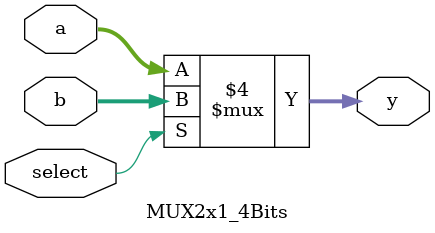
<source format=v>
module MUX2x1_4Bits (
  input wire [3:0] a,
  input wire [3:0] b,
  input wire select,
  output reg [3:0] y
);

  always @(select) begin
    // 2x1 MUX logic
    if (select == 0)
      y = a;
    else
      y = b;
  end

endmodule

</source>
